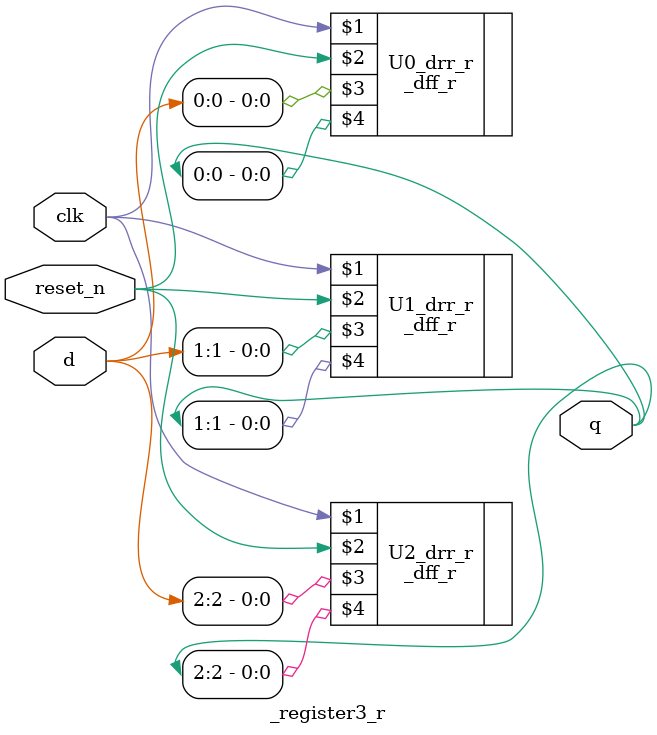
<source format=v>
module _register3_r(clk, reset_n, d, q);	//3-bit register
	input 		 clk, reset_n;
	input  [2:0] d;
	output [2:0] q;

	//instance _dff_r & struct 3-bit register
	_dff_r U0_drr_r(clk, reset_n, d[0], q[0]);
	_dff_r U1_drr_r(clk, reset_n, d[1], q[1]);
	_dff_r U2_drr_r(clk, reset_n, d[2], q[2]);
endmodule 
</source>
